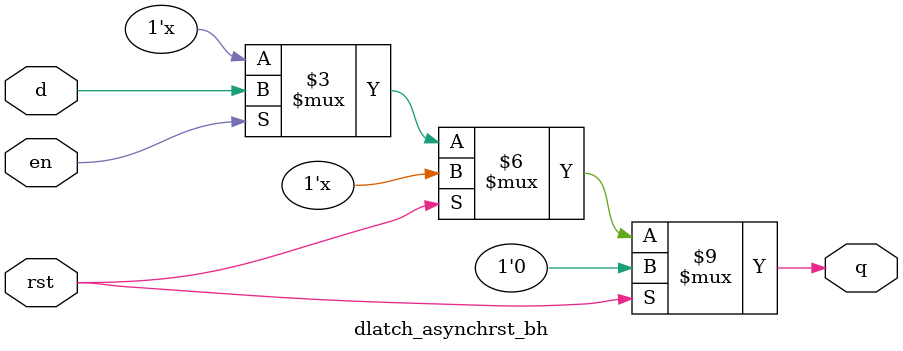
<source format=v>

module dlatch_asynchrst_bh(q,d,en,rst);

input		en,d,rst;
output	reg	q;

always @(en,d,rst)
	if(rst)
		q = 1'b0;
	else if(en)
		q = d;

endmodule
</source>
